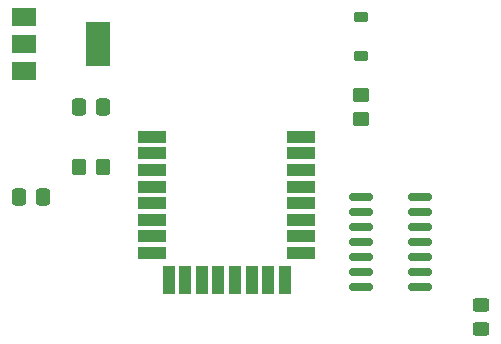
<source format=gtp>
G04 #@! TF.GenerationSoftware,KiCad,Pcbnew,7.0.10*
G04 #@! TF.CreationDate,2024-03-26T17:52:26-05:00*
G04 #@! TF.ProjectId,keychain,6b657963-6861-4696-9e2e-6b696361645f,rev?*
G04 #@! TF.SameCoordinates,Original*
G04 #@! TF.FileFunction,Paste,Top*
G04 #@! TF.FilePolarity,Positive*
%FSLAX46Y46*%
G04 Gerber Fmt 4.6, Leading zero omitted, Abs format (unit mm)*
G04 Created by KiCad (PCBNEW 7.0.10) date 2024-03-26 17:52:26*
%MOMM*%
%LPD*%
G01*
G04 APERTURE LIST*
G04 Aperture macros list*
%AMRoundRect*
0 Rectangle with rounded corners*
0 $1 Rounding radius*
0 $2 $3 $4 $5 $6 $7 $8 $9 X,Y pos of 4 corners*
0 Add a 4 corners polygon primitive as box body*
4,1,4,$2,$3,$4,$5,$6,$7,$8,$9,$2,$3,0*
0 Add four circle primitives for the rounded corners*
1,1,$1+$1,$2,$3*
1,1,$1+$1,$4,$5*
1,1,$1+$1,$6,$7*
1,1,$1+$1,$8,$9*
0 Add four rect primitives between the rounded corners*
20,1,$1+$1,$2,$3,$4,$5,0*
20,1,$1+$1,$4,$5,$6,$7,0*
20,1,$1+$1,$6,$7,$8,$9,0*
20,1,$1+$1,$8,$9,$2,$3,0*%
G04 Aperture macros list end*
%ADD10RoundRect,0.250000X-0.450000X0.350000X-0.450000X-0.350000X0.450000X-0.350000X0.450000X0.350000X0*%
%ADD11RoundRect,0.225000X0.375000X-0.225000X0.375000X0.225000X-0.375000X0.225000X-0.375000X-0.225000X0*%
%ADD12R,2.000000X1.500000*%
%ADD13R,2.000000X3.800000*%
%ADD14RoundRect,0.150000X-0.825000X-0.150000X0.825000X-0.150000X0.825000X0.150000X-0.825000X0.150000X0*%
%ADD15R,2.450000X1.000000*%
%ADD16R,1.000000X2.450000*%
%ADD17RoundRect,0.250000X-0.337500X-0.475000X0.337500X-0.475000X0.337500X0.475000X-0.337500X0.475000X0*%
%ADD18RoundRect,0.250000X-0.350000X-0.450000X0.350000X-0.450000X0.350000X0.450000X-0.350000X0.450000X0*%
%ADD19RoundRect,0.250000X-0.450000X0.325000X-0.450000X-0.325000X0.450000X-0.325000X0.450000X0.325000X0*%
G04 APERTURE END LIST*
D10*
G04 #@! TO.C,R1*
X139700000Y-62500000D03*
X139700000Y-64500000D03*
G04 #@! TD*
D11*
G04 #@! TO.C,D1*
X139700000Y-59180000D03*
X139700000Y-55880000D03*
G04 #@! TD*
D12*
G04 #@! TO.C,U3*
X111150000Y-55880000D03*
X111150000Y-58180000D03*
D13*
X117450000Y-58180000D03*
D12*
X111150000Y-60480000D03*
G04 #@! TD*
D14*
G04 #@! TO.C,U1*
X139700000Y-71120000D03*
X139700000Y-72390000D03*
X139700000Y-73660000D03*
X139700000Y-74930000D03*
X139700000Y-76200000D03*
X139700000Y-77470000D03*
X139700000Y-78740000D03*
X144650000Y-78740000D03*
X144650000Y-77470000D03*
X144650000Y-76200000D03*
X144650000Y-74930000D03*
X144650000Y-73660000D03*
X144650000Y-72390000D03*
X144650000Y-71120000D03*
G04 #@! TD*
D15*
G04 #@! TO.C,DWM1*
X122020000Y-66040000D03*
X122020000Y-67440000D03*
X122020000Y-68840000D03*
X122020000Y-70240000D03*
X122020000Y-71640000D03*
X122020000Y-73040000D03*
X122020000Y-74440000D03*
X122020000Y-75840000D03*
D16*
X123420000Y-78135000D03*
X124820000Y-78135000D03*
X126220000Y-78135000D03*
X127620000Y-78135000D03*
X129020000Y-78135000D03*
X130420000Y-78135000D03*
X131820000Y-78135000D03*
X133220000Y-78135000D03*
D15*
X134620000Y-75838800D03*
X134620000Y-74438800D03*
X134620000Y-73040000D03*
X134620000Y-71640000D03*
X134620000Y-70240000D03*
X134620000Y-68840000D03*
X134620000Y-67440000D03*
X134620000Y-66040000D03*
G04 #@! TD*
D17*
G04 #@! TO.C,C2*
X110722500Y-71120000D03*
X112797500Y-71120000D03*
G04 #@! TD*
D18*
G04 #@! TO.C,R3*
X115840000Y-68580000D03*
X117840000Y-68580000D03*
G04 #@! TD*
D17*
G04 #@! TO.C,C3*
X115802500Y-63500000D03*
X117877500Y-63500000D03*
G04 #@! TD*
D19*
G04 #@! TO.C,D2*
X149860000Y-80255000D03*
X149860000Y-82305000D03*
G04 #@! TD*
M02*

</source>
